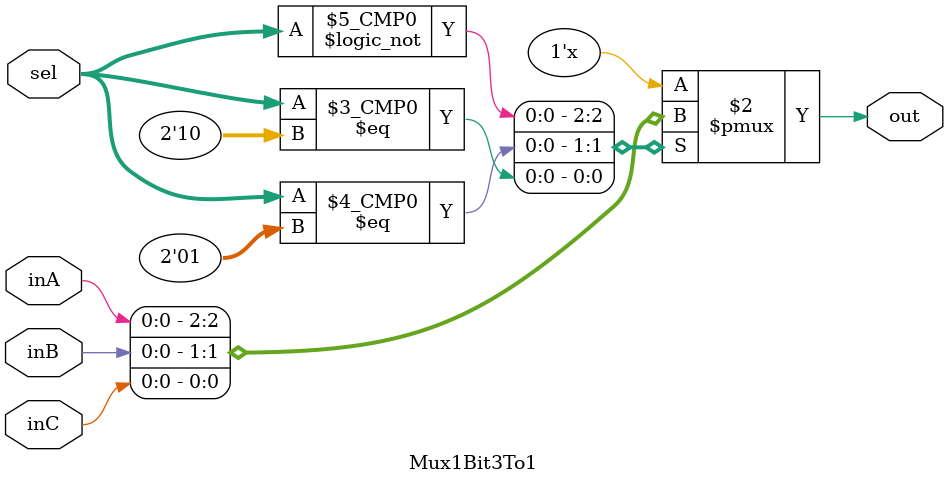
<source format=v>
`timescale 1ns / 1ps


module Mux1Bit3To1(out, inA, inB, inC, sel);
    input inA, inB, inC;
    input [1:0] sel;
    output reg out;
    
    always@(inA, inB, inC, sel) begin
        case(sel)
            2'b00: out <= inA;
            2'b01: out <= inB;
            2'b10: out <= inC;
        endcase
    end
endmodule

</source>
